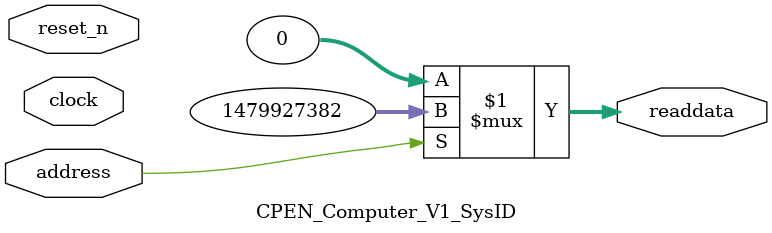
<source format=v>

`timescale 1ns / 1ps
// synthesis translate_on

// turn off superfluous verilog processor warnings 
// altera message_level Level1 
// altera message_off 10034 10035 10036 10037 10230 10240 10030 

module CPEN_Computer_V1_SysID (
               // inputs:
                address,
                clock,
                reset_n,

               // outputs:
                readdata
             )
;

  output  [ 31: 0] readdata;
  input            address;
  input            clock;
  input            reset_n;

  wire    [ 31: 0] readdata;
  //control_slave, which is an e_avalon_slave
  assign readdata = address ? 1479927382 : 0;

endmodule




</source>
